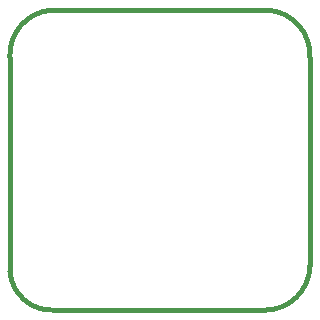
<source format=gko>
G04 (created by PCBNEW (2013-04-19 BZR 4011)-stable) date 06/06/2013 13:50:22*
%MOIN*%
G04 Gerber Fmt 3.4, Leading zero omitted, Abs format*
%FSLAX34Y34*%
G01*
G70*
G90*
G04 APERTURE LIST*
%ADD10C,2.3622e-006*%
%ADD11C,0.015*%
G04 APERTURE END LIST*
G54D10*
G54D11*
X19600Y-10000D02*
X12400Y-10000D01*
X21000Y-18500D02*
X21000Y-11600D01*
X12500Y-20000D02*
X19500Y-20000D01*
X11000Y-11600D02*
X11000Y-18700D01*
X11000Y-18700D02*
G75*
G03X12500Y-19999I1399J100D01*
G74*
G01*
X19500Y-20000D02*
G75*
G03X21000Y-18500I0J1500D01*
G74*
G01*
X21000Y-11599D02*
G75*
G03X19599Y-9999I-1500J99D01*
G74*
G01*
X12400Y-9999D02*
G75*
G03X10999Y-11599I99J-1500D01*
G74*
G01*
M02*

</source>
